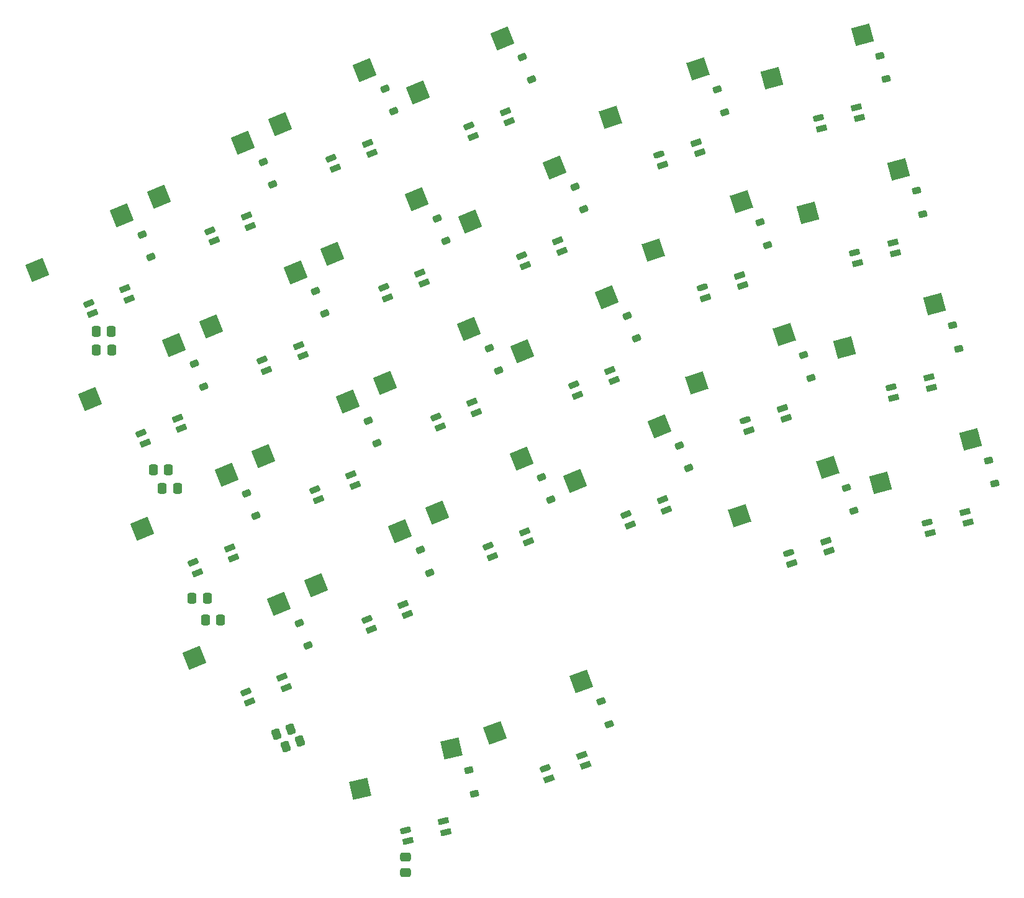
<source format=gbr>
%TF.GenerationSoftware,KiCad,Pcbnew,9.0.5*%
%TF.CreationDate,2025-10-09T16:26:15-06:00*%
%TF.ProjectId,ergo-kola (another copy),6572676f-2d6b-46f6-9c61-2028616e6f74,rev?*%
%TF.SameCoordinates,Original*%
%TF.FileFunction,Paste,Bot*%
%TF.FilePolarity,Positive*%
%FSLAX46Y46*%
G04 Gerber Fmt 4.6, Leading zero omitted, Abs format (unit mm)*
G04 Created by KiCad (PCBNEW 9.0.5) date 2025-10-09 16:26:15*
%MOMM*%
%LPD*%
G01*
G04 APERTURE LIST*
G04 Aperture macros list*
%AMRoundRect*
0 Rectangle with rounded corners*
0 $1 Rounding radius*
0 $2 $3 $4 $5 $6 $7 $8 $9 X,Y pos of 4 corners*
0 Add a 4 corners polygon primitive as box body*
4,1,4,$2,$3,$4,$5,$6,$7,$8,$9,$2,$3,0*
0 Add four circle primitives for the rounded corners*
1,1,$1+$1,$2,$3*
1,1,$1+$1,$4,$5*
1,1,$1+$1,$6,$7*
1,1,$1+$1,$8,$9*
0 Add four rect primitives between the rounded corners*
20,1,$1+$1,$2,$3,$4,$5,0*
20,1,$1+$1,$4,$5,$6,$7,0*
20,1,$1+$1,$6,$7,$8,$9,0*
20,1,$1+$1,$8,$9,$2,$3,0*%
%AMRotRect*
0 Rectangle, with rotation*
0 The origin of the aperture is its center*
0 $1 length*
0 $2 width*
0 $3 Rotation angle, in degrees counterclockwise*
0 Add horizontal line*
21,1,$1,$2,0,0,$3*%
G04 Aperture macros list end*
%ADD10RotRect,2.550000X2.500000X18.000000*%
%ADD11RotRect,2.550000X2.500000X15.000000*%
%ADD12RotRect,2.550000X2.500000X22.000000*%
%ADD13RotRect,2.550000X2.500000X20.000000*%
%ADD14RotRect,2.550000X2.500000X13.000000*%
%ADD15RoundRect,0.250000X-0.337500X-0.475000X0.337500X-0.475000X0.337500X0.475000X-0.337500X0.475000X0*%
%ADD16RoundRect,0.225000X0.420456X-0.120276X0.303988X0.314390X-0.420456X0.120276X-0.303988X-0.314390X0*%
%ADD17RoundRect,0.250000X-0.154687X-0.561786X0.479606X-0.330922X0.154687X0.561786X-0.479606X0.330922X0*%
%ADD18RotRect,1.450000X0.820000X195.000000*%
%ADD19RoundRect,0.205000X0.449224X0.332601X-0.555339X0.063429X-0.449224X-0.332601X0.555339X-0.063429X0*%
%ADD20RoundRect,0.225000X0.426175X-0.098106X0.287117X0.329869X-0.426175X0.098106X-0.287117X-0.329869X0*%
%ADD21RotRect,1.450000X0.820000X202.000000*%
%ADD22RoundRect,0.205000X0.405341X0.384868X-0.558930X-0.004723X-0.405341X-0.384868X0.558930X0.004723X0*%
%ADD23RoundRect,0.225000X0.431980X-0.068139X0.263407X0.349094X-0.431980X0.068139X-0.263407X-0.349094X0*%
%ADD24RoundRect,0.250000X0.475000X-0.337500X0.475000X0.337500X-0.475000X0.337500X-0.475000X-0.337500X0*%
%ADD25RotRect,1.450000X0.820000X198.000000*%
%ADD26RoundRect,0.205000X0.431201X0.355655X-0.557898X0.034278X-0.431201X-0.355655X0.557898X-0.034278X0*%
%ADD27RotRect,1.450000X0.820000X193.000000*%
%ADD28RoundRect,0.205000X0.460557X0.316720X-0.552787X0.082771X-0.460557X-0.316720X0.552787X-0.082771X0*%
%ADD29RoundRect,0.225000X0.416003X-0.134877X0.314775X0.303590X-0.416003X0.134877X-0.314775X-0.303590X0*%
%ADD30RotRect,1.450000X0.820000X200.000000*%
%ADD31RoundRect,0.205000X0.418526X0.370487X-0.558754X0.014787X-0.418526X-0.370487X0.558754X-0.014787X0*%
%ADD32RoundRect,0.225000X0.429339X-0.083173X0.275430X0.339688X-0.429339X0.083173X-0.275430X-0.339688X0*%
G04 APERTURE END LIST*
D10*
%TO.C,SW30*%
X324013434Y-79170290D03*
X335996465Y-72606054D03*
%TD*%
D11*
%TO.C,SW38*%
X349081219Y-92767069D03*
X361391373Y-86838971D03*
%TD*%
D12*
%TO.C,SW8*%
X267218900Y-43876811D03*
X278714842Y-36492669D03*
%TD*%
%TO.C,SW28*%
X281491407Y-79202520D03*
X292987349Y-71818379D03*
%TD*%
%TO.C,SW10*%
X250682814Y-53801936D03*
X262178755Y-46417796D03*
%TD*%
%TO.C,SW40*%
X288627671Y-96865375D03*
X300123613Y-89481234D03*
%TD*%
%TO.C,SW22*%
X257819077Y-71464791D03*
X269315018Y-64080651D03*
%TD*%
%TO.C,SW44*%
X248419255Y-99052772D03*
X259915197Y-91668631D03*
%TD*%
D10*
%TO.C,SW42*%
X329900207Y-97287907D03*
X341883238Y-90723671D03*
%TD*%
%TO.C,SW18*%
X318126660Y-61052653D03*
X330109691Y-54488419D03*
%TD*%
D12*
%TO.C,SW48*%
X255555518Y-116715628D03*
X267051460Y-109331487D03*
%TD*%
%TO.C,SW34*%
X264955340Y-89127646D03*
X276451282Y-81743505D03*
%TD*%
%TO.C,SW46*%
X272091585Y-106790501D03*
X283587527Y-99406360D03*
%TD*%
D11*
%TO.C,SW26*%
X344150718Y-74366178D03*
X356460871Y-68438080D03*
%TD*%
D12*
%TO.C,SW32*%
X241283010Y-81389917D03*
X252778952Y-74005776D03*
%TD*%
%TO.C,SW4*%
X286008524Y-39529428D03*
X297504465Y-32145288D03*
%TD*%
D11*
%TO.C,SW12*%
X339220214Y-55965288D03*
X351530368Y-50037190D03*
%TD*%
D13*
%TO.C,SW50*%
X296542608Y-126912841D03*
X308289250Y-119934401D03*
%TD*%
D14*
%TO.C,SW52*%
X278121248Y-134534807D03*
X290630792Y-129039939D03*
%TD*%
D12*
%TO.C,SW36*%
X307417295Y-92517994D03*
X318913237Y-85133853D03*
%TD*%
D11*
%TO.C,SW2*%
X334289712Y-37564398D03*
X346599867Y-31636299D03*
%TD*%
D12*
%TO.C,SW20*%
X234146747Y-63727061D03*
X245642690Y-56342922D03*
%TD*%
%TO.C,SW14*%
X293144787Y-57192284D03*
X304640729Y-49808142D03*
%TD*%
%TO.C,SW24*%
X300281032Y-74855139D03*
X311776974Y-67470997D03*
%TD*%
%TO.C,SW16*%
X274355163Y-61539665D03*
X285851104Y-54155525D03*
%TD*%
D10*
%TO.C,SW6*%
X312239886Y-42935036D03*
X324222917Y-36370802D03*
%TD*%
D15*
%TO.C,C14*%
X255227000Y-108585000D03*
X257302000Y-108585000D03*
%TD*%
D16*
%TO.C,D2*%
X349892028Y-37721577D03*
X349037928Y-34534021D03*
%TD*%
D17*
%TO.C,C17*%
X268011069Y-128751846D03*
X269960931Y-128042154D03*
%TD*%
D18*
%TO.C,L38*%
X360994073Y-98260995D03*
X360605844Y-96812107D03*
D19*
X355438141Y-98196789D03*
D18*
X355826370Y-99645677D03*
%TD*%
D20*
%TO.C,D18*%
X333715820Y-60393056D03*
X332696064Y-57254570D03*
%TD*%
D21*
%TO.C,L24*%
X312774630Y-78856302D03*
X312212720Y-77465526D03*
D22*
X307252286Y-79469672D03*
D21*
X307814196Y-80860448D03*
%TD*%
D23*
%TO.C,D46*%
X287596759Y-105045064D03*
X286360557Y-101985358D03*
%TD*%
D21*
%TO.C,L10*%
X263176412Y-57803100D03*
X262614502Y-56412324D03*
D22*
X257654068Y-58416470D03*
D21*
X258215978Y-59807246D03*
%TD*%
%TO.C,L36*%
X319910893Y-96519158D03*
X319348983Y-95128382D03*
D22*
X314388549Y-97132528D03*
D21*
X314950459Y-98523304D03*
%TD*%
D24*
%TO.C,C18*%
X284353000Y-145944500D03*
X284353000Y-143869500D03*
%TD*%
D25*
%TO.C,L18*%
X330310717Y-65915582D03*
X329847191Y-64488997D03*
D26*
X324759039Y-66142238D03*
D25*
X325222565Y-67568823D03*
%TD*%
D18*
%TO.C,L2*%
X346202567Y-43058324D03*
X345814338Y-41609436D03*
D19*
X340646635Y-42994118D03*
D18*
X341034864Y-44443006D03*
%TD*%
D27*
%TO.C,L52*%
X289835109Y-140441140D03*
X289497683Y-138979585D03*
D28*
X284284803Y-140183074D03*
D27*
X284622229Y-141644629D03*
%TD*%
D29*
%TO.C,D52*%
X293708574Y-135236404D03*
X292966236Y-132020982D03*
%TD*%
D17*
%TO.C,C16*%
X266741069Y-127100846D03*
X268690931Y-126391154D03*
%TD*%
D20*
%TO.C,D42*%
X345489367Y-96628309D03*
X344469611Y-93489823D03*
%TD*%
D23*
%TO.C,D40*%
X304132845Y-95119938D03*
X302896643Y-92060232D03*
%TD*%
D21*
%TO.C,L8*%
X279712498Y-47877974D03*
X279150588Y-46487198D03*
D22*
X274190154Y-48491344D03*
D21*
X274752064Y-49882120D03*
%TD*%
D20*
%TO.C,D30*%
X339602594Y-78510692D03*
X338582838Y-75372206D03*
%TD*%
D23*
%TO.C,D32*%
X256788184Y-79644480D03*
X255551982Y-76584774D03*
%TD*%
D21*
%TO.C,L34*%
X277448938Y-93128810D03*
X276887028Y-91738034D03*
D22*
X271926594Y-93742180D03*
D21*
X272488504Y-95132956D03*
%TD*%
%TO.C,L48*%
X268049116Y-120716792D03*
X267487206Y-119326016D03*
D22*
X262526772Y-121330162D03*
D21*
X263088682Y-122720938D03*
%TD*%
D25*
%TO.C,L42*%
X342084264Y-102150835D03*
X341620738Y-100724250D03*
D26*
X336532586Y-102377491D03*
D25*
X336996112Y-103804076D03*
%TD*%
D23*
%TO.C,D34*%
X280460514Y-87382209D03*
X279224312Y-84322503D03*
%TD*%
D21*
%TO.C,L46*%
X284585183Y-110791665D03*
X284023273Y-109400889D03*
D22*
X279062839Y-111405035D03*
D21*
X279624749Y-112795811D03*
%TD*%
D23*
%TO.C,D36*%
X322922469Y-90772557D03*
X321686267Y-87712851D03*
%TD*%
D15*
%TO.C,C13*%
X251163000Y-93599000D03*
X253238000Y-93599000D03*
%TD*%
D23*
%TO.C,D10*%
X266187988Y-52056499D03*
X264951786Y-48996793D03*
%TD*%
D15*
%TO.C,C15*%
X257026500Y-111506000D03*
X259101500Y-111506000D03*
%TD*%
D21*
%TO.C,L16*%
X286848761Y-65540829D03*
X286286851Y-64150053D03*
D22*
X281326417Y-66154199D03*
D21*
X281888327Y-67544975D03*
%TD*%
%TO.C,L20*%
X246640345Y-67728226D03*
X246078435Y-66337450D03*
D22*
X241118001Y-68341596D03*
D21*
X241679911Y-69732372D03*
%TD*%
D25*
%TO.C,L6*%
X324423943Y-47797965D03*
X323960417Y-46371380D03*
D26*
X318872265Y-48024621D03*
D25*
X319335791Y-49451206D03*
%TD*%
D23*
%TO.C,D22*%
X273324251Y-69719354D03*
X272088049Y-66659648D03*
%TD*%
%TO.C,D14*%
X308649961Y-55446846D03*
X307413759Y-52387140D03*
%TD*%
D18*
%TO.C,L12*%
X351133069Y-61459214D03*
X350744840Y-60010326D03*
D19*
X345577137Y-61395008D03*
D18*
X345965366Y-62843896D03*
%TD*%
D30*
%TO.C,L50*%
X308888956Y-131347589D03*
X308375926Y-129938050D03*
D31*
X303348570Y-131767857D03*
D30*
X303861600Y-133177396D03*
%TD*%
D32*
%TO.C,D50*%
X312099251Y-125709591D03*
X310970585Y-122608605D03*
%TD*%
D21*
%TO.C,L28*%
X293985005Y-83203684D03*
X293423095Y-81812908D03*
D22*
X288462661Y-83817054D03*
D21*
X289024571Y-85207830D03*
%TD*%
D16*
%TO.C,D12*%
X354822530Y-56122467D03*
X353968430Y-52934911D03*
%TD*%
D21*
%TO.C,L44*%
X260912853Y-103053936D03*
X260350943Y-101663160D03*
D22*
X255390509Y-103667306D03*
D21*
X255952419Y-105058082D03*
%TD*%
D23*
%TO.C,D20*%
X249651921Y-61981625D03*
X248415719Y-58921919D03*
%TD*%
%TO.C,D44*%
X263924429Y-97307335D03*
X262688227Y-94247629D03*
%TD*%
%TO.C,D4*%
X301513698Y-37783991D03*
X300277496Y-34724285D03*
%TD*%
D21*
%TO.C,L4*%
X298502122Y-43530592D03*
X297940212Y-42139816D03*
D22*
X292979778Y-44143962D03*
D21*
X293541688Y-45534738D03*
%TD*%
D20*
%TO.C,D6*%
X327829046Y-42275439D03*
X326809290Y-39136953D03*
%TD*%
D21*
%TO.C,L40*%
X301121269Y-100866539D03*
X300559359Y-99475763D03*
D22*
X295598925Y-101479909D03*
D21*
X296160835Y-102870685D03*
%TD*%
D15*
%TO.C,C11*%
X242167500Y-74676000D03*
X244242500Y-74676000D03*
%TD*%
D21*
%TO.C,L32*%
X253776608Y-85391081D03*
X253214698Y-84000305D03*
D22*
X248254264Y-86004451D03*
D21*
X248816174Y-87395227D03*
%TD*%
D16*
%TO.C,D38*%
X364683534Y-92924248D03*
X363829434Y-89736692D03*
%TD*%
D23*
%TO.C,D28*%
X296996581Y-77457083D03*
X295760379Y-74397377D03*
%TD*%
D15*
%TO.C,C12*%
X249914500Y-91059000D03*
X251989500Y-91059000D03*
%TD*%
D23*
%TO.C,D8*%
X282724074Y-42131373D03*
X281487872Y-39071667D03*
%TD*%
D18*
%TO.C,L26*%
X356063571Y-79860104D03*
X355675342Y-78411216D03*
D19*
X350507639Y-79795898D03*
D18*
X350895868Y-81244786D03*
%TD*%
D23*
%TO.C,D24*%
X315786206Y-73109701D03*
X314550004Y-70049995D03*
%TD*%
%TO.C,D48*%
X271060692Y-114970191D03*
X269824490Y-111910485D03*
%TD*%
%TO.C,D16*%
X289860337Y-59794228D03*
X288624135Y-56734522D03*
%TD*%
D16*
%TO.C,D26*%
X359753032Y-74523357D03*
X358898932Y-71335801D03*
%TD*%
D15*
%TO.C,C10*%
X242146000Y-72136000D03*
X244221000Y-72136000D03*
%TD*%
D25*
%TO.C,L30*%
X336197491Y-84033218D03*
X335733965Y-82606633D03*
D26*
X330645813Y-84259874D03*
D25*
X331109339Y-85686459D03*
%TD*%
D21*
%TO.C,L14*%
X305638385Y-61193447D03*
X305076475Y-59802671D03*
D22*
X300116041Y-61806817D03*
D21*
X300677951Y-63197593D03*
%TD*%
%TO.C,L22*%
X270312675Y-75465955D03*
X269750765Y-74075179D03*
D22*
X264790331Y-76079325D03*
D21*
X265352241Y-77470101D03*
%TD*%
M02*

</source>
